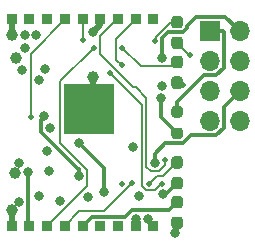
<source format=gbr>
%TF.GenerationSoftware,KiCad,Pcbnew,5.1.9*%
%TF.CreationDate,2021-01-18T13:43:30+01:00*%
%TF.ProjectId,wi-se-rpi,77692d73-652d-4727-9069-2e6b69636164,v0.1*%
%TF.SameCoordinates,Original*%
%TF.FileFunction,Copper,L1,Top*%
%TF.FilePolarity,Positive*%
%FSLAX46Y46*%
G04 Gerber Fmt 4.6, Leading zero omitted, Abs format (unit mm)*
G04 Created by KiCad (PCBNEW 5.1.9) date 2021-01-18 13:43:30*
%MOMM*%
%LPD*%
G01*
G04 APERTURE LIST*
%TA.AperFunction,ComponentPad*%
%ADD10R,1.700000X1.700000*%
%TD*%
%TA.AperFunction,ComponentPad*%
%ADD11O,1.700000X1.700000*%
%TD*%
%TA.AperFunction,SMDPad,CuDef*%
%ADD12R,0.912500X0.850000*%
%TD*%
%TA.AperFunction,SMDPad,CuDef*%
%ADD13R,4.300000X4.300000*%
%TD*%
%TA.AperFunction,ViaPad*%
%ADD14C,0.800000*%
%TD*%
%TA.AperFunction,ViaPad*%
%ADD15C,1.000000*%
%TD*%
%TA.AperFunction,ViaPad*%
%ADD16C,0.500000*%
%TD*%
%TA.AperFunction,Conductor*%
%ADD17C,0.300000*%
%TD*%
%TA.AperFunction,Conductor*%
%ADD18C,0.500000*%
%TD*%
%TA.AperFunction,Conductor*%
%ADD19C,0.200000*%
%TD*%
G04 APERTURE END LIST*
D10*
%TO.P,J1,1*%
%TO.N,Net-(J1-Pad1)*%
X90750000Y1750000D03*
D11*
%TO.P,J1,2*%
%TO.N,VCC*%
X93290000Y1750000D03*
%TO.P,J1,3*%
%TO.N,DTR*%
X90750000Y-790000D03*
%TO.P,J1,4*%
%TO.N,GND*%
X93290000Y-790000D03*
%TO.P,J1,5*%
%TO.N,RTS*%
X90750000Y-3330000D03*
%TO.P,J1,6*%
%TO.N,RXD*%
X93290000Y-3330000D03*
%TO.P,J1,7*%
%TO.N,GND*%
X90750000Y-5870000D03*
%TO.P,J1,8*%
%TO.N,TXD*%
X93290000Y-5870000D03*
%TD*%
%TO.P,D1,2*%
%TO.N,LED_WIFI*%
%TA.AperFunction,SMDPad,CuDef*%
G36*
G01*
X88237500Y1975000D02*
X87762500Y1975000D01*
G75*
G02*
X87525000Y2212500I0J237500D01*
G01*
X87525000Y2787500D01*
G75*
G02*
X87762500Y3025000I237500J0D01*
G01*
X88237500Y3025000D01*
G75*
G02*
X88475000Y2787500I0J-237500D01*
G01*
X88475000Y2212500D01*
G75*
G02*
X88237500Y1975000I-237500J0D01*
G01*
G37*
%TD.AperFunction*%
%TO.P,D1,1*%
%TO.N,Net-(D1-Pad1)*%
%TA.AperFunction,SMDPad,CuDef*%
G36*
G01*
X88237500Y225000D02*
X87762500Y225000D01*
G75*
G02*
X87525000Y462500I0J237500D01*
G01*
X87525000Y1037500D01*
G75*
G02*
X87762500Y1275000I237500J0D01*
G01*
X88237500Y1275000D01*
G75*
G02*
X88475000Y1037500I0J-237500D01*
G01*
X88475000Y462500D01*
G75*
G02*
X88237500Y225000I-237500J0D01*
G01*
G37*
%TD.AperFunction*%
%TD*%
%TO.P,D2,1*%
%TO.N,Net-(D2-Pad1)*%
%TA.AperFunction,SMDPad,CuDef*%
G36*
G01*
X88237500Y-3150000D02*
X87762500Y-3150000D01*
G75*
G02*
X87525000Y-2912500I0J237500D01*
G01*
X87525000Y-2337500D01*
G75*
G02*
X87762500Y-2100000I237500J0D01*
G01*
X88237500Y-2100000D01*
G75*
G02*
X88475000Y-2337500I0J-237500D01*
G01*
X88475000Y-2912500D01*
G75*
G02*
X88237500Y-3150000I-237500J0D01*
G01*
G37*
%TD.AperFunction*%
%TO.P,D2,2*%
%TO.N,LED_STATUS*%
%TA.AperFunction,SMDPad,CuDef*%
G36*
G01*
X88237500Y-1400000D02*
X87762500Y-1400000D01*
G75*
G02*
X87525000Y-1162500I0J237500D01*
G01*
X87525000Y-587500D01*
G75*
G02*
X87762500Y-350000I237500J0D01*
G01*
X88237500Y-350000D01*
G75*
G02*
X88475000Y-587500I0J-237500D01*
G01*
X88475000Y-1162500D01*
G75*
G02*
X88237500Y-1400000I-237500J0D01*
G01*
G37*
%TD.AperFunction*%
%TD*%
%TO.P,D3,2*%
%TO.N,LED_TX*%
%TA.AperFunction,SMDPad,CuDef*%
G36*
G01*
X88237500Y-13275000D02*
X87762500Y-13275000D01*
G75*
G02*
X87525000Y-13037500I0J237500D01*
G01*
X87525000Y-12462500D01*
G75*
G02*
X87762500Y-12225000I237500J0D01*
G01*
X88237500Y-12225000D01*
G75*
G02*
X88475000Y-12462500I0J-237500D01*
G01*
X88475000Y-13037500D01*
G75*
G02*
X88237500Y-13275000I-237500J0D01*
G01*
G37*
%TD.AperFunction*%
%TO.P,D3,1*%
%TO.N,Net-(D3-Pad1)*%
%TA.AperFunction,SMDPad,CuDef*%
G36*
G01*
X88237500Y-15025000D02*
X87762500Y-15025000D01*
G75*
G02*
X87525000Y-14787500I0J237500D01*
G01*
X87525000Y-14212500D01*
G75*
G02*
X87762500Y-13975000I237500J0D01*
G01*
X88237500Y-13975000D01*
G75*
G02*
X88475000Y-14212500I0J-237500D01*
G01*
X88475000Y-14787500D01*
G75*
G02*
X88237500Y-15025000I-237500J0D01*
G01*
G37*
%TD.AperFunction*%
%TD*%
%TO.P,D4,1*%
%TO.N,Net-(D4-Pad1)*%
%TA.AperFunction,SMDPad,CuDef*%
G36*
G01*
X88237500Y-11650000D02*
X87762500Y-11650000D01*
G75*
G02*
X87525000Y-11412500I0J237500D01*
G01*
X87525000Y-10837500D01*
G75*
G02*
X87762500Y-10600000I237500J0D01*
G01*
X88237500Y-10600000D01*
G75*
G02*
X88475000Y-10837500I0J-237500D01*
G01*
X88475000Y-11412500D01*
G75*
G02*
X88237500Y-11650000I-237500J0D01*
G01*
G37*
%TD.AperFunction*%
%TO.P,D4,2*%
%TO.N,LED_RX*%
%TA.AperFunction,SMDPad,CuDef*%
G36*
G01*
X88237500Y-9900000D02*
X87762500Y-9900000D01*
G75*
G02*
X87525000Y-9662500I0J237500D01*
G01*
X87525000Y-9087500D01*
G75*
G02*
X87762500Y-8850000I237500J0D01*
G01*
X88237500Y-8850000D01*
G75*
G02*
X88475000Y-9087500I0J-237500D01*
G01*
X88475000Y-9662500D01*
G75*
G02*
X88237500Y-9900000I-237500J0D01*
G01*
G37*
%TD.AperFunction*%
%TD*%
%TO.P,R19,1*%
%TO.N,Net-(J1-Pad1)*%
%TA.AperFunction,SMDPad,CuDef*%
G36*
G01*
X87762500Y-4600000D02*
X88237500Y-4600000D01*
G75*
G02*
X88475000Y-4837500I0J-237500D01*
G01*
X88475000Y-5337500D01*
G75*
G02*
X88237500Y-5575000I-237500J0D01*
G01*
X87762500Y-5575000D01*
G75*
G02*
X87525000Y-5337500I0J237500D01*
G01*
X87525000Y-4837500D01*
G75*
G02*
X87762500Y-4600000I237500J0D01*
G01*
G37*
%TD.AperFunction*%
%TO.P,R19,2*%
%TO.N,FLASH_EN*%
%TA.AperFunction,SMDPad,CuDef*%
G36*
G01*
X87762500Y-6425000D02*
X88237500Y-6425000D01*
G75*
G02*
X88475000Y-6662500I0J-237500D01*
G01*
X88475000Y-7162500D01*
G75*
G02*
X88237500Y-7400000I-237500J0D01*
G01*
X87762500Y-7400000D01*
G75*
G02*
X87525000Y-7162500I0J237500D01*
G01*
X87525000Y-6662500D01*
G75*
G02*
X87762500Y-6425000I237500J0D01*
G01*
G37*
%TD.AperFunction*%
%TD*%
D12*
%TO.P,U2,18*%
%TO.N,GND*%
X74000000Y2737500D03*
%TO.P,U2,17*%
%TO.N,Net-(U2-Pad17)*%
X75500000Y2737500D03*
%TO.P,U2,16*%
%TO.N,Net-(U2-Pad16)*%
X77000000Y2737500D03*
%TO.P,U2,15*%
%TO.N,RST*%
X78500000Y2737500D03*
%TO.P,U2,14*%
%TO.N,LED_WIFI*%
X80000000Y2737500D03*
%TO.P,U2,13*%
%TO.N,GND*%
X81500000Y2737500D03*
%TO.P,U2,12*%
%TO.N,Net-(R12-Pad1)*%
X83000000Y2737500D03*
%TO.P,U2,11*%
%TO.N,Net-(R11-Pad1)*%
X84500000Y2737500D03*
%TO.P,U2,10*%
%TO.N,Net-(U2-Pad10)*%
X86000000Y2737500D03*
%TO.P,U2,9*%
%TO.N,GND*%
X86000000Y-14737500D03*
%TO.P,U2,8*%
%TO.N,Net-(R13-Pad2)*%
X84500000Y-14737500D03*
%TO.P,U2,7*%
%TO.N,Net-(U2-Pad7)*%
X83000000Y-14737500D03*
%TO.P,U2,6*%
%TO.N,Net-(U2-Pad6)*%
X81500000Y-14737500D03*
%TO.P,U2,5*%
%TO.N,LED_TX*%
X80000000Y-14737500D03*
%TO.P,U2,4*%
%TO.N,LED_RX*%
X78500000Y-14737500D03*
%TO.P,U2,3*%
%TO.N,LED_STATUS*%
X77000000Y-14737500D03*
%TO.P,U2,2*%
%TO.N,Net-(R10-Pad1)*%
X75500000Y-14737500D03*
%TO.P,U2,1*%
%TO.N,+3V3*%
X74000000Y-14737500D03*
D13*
%TO.P,U2,19*%
%TO.N,GND*%
X80580000Y-4880000D03*
%TD*%
D14*
%TO.N,VCC*%
X86750002Y-550000D03*
D15*
%TO.N,GND*%
X80900000Y-2150000D03*
D14*
X79750000Y-4400000D03*
X76964668Y-8385332D03*
D15*
X74250000Y-10300000D03*
X74050000Y1450000D03*
D14*
X75150000Y1450000D03*
X76050000Y1400000D03*
X80856598Y1625742D03*
X86714711Y-2922596D03*
X85550000Y-14149999D03*
X74600000Y-9450000D03*
X76350000Y-12200000D03*
X78073775Y-12673775D03*
X80470000Y-12320000D03*
X84790000Y-12210000D03*
D15*
%TO.N,+3V3*%
X74025000Y-13400000D03*
D14*
X77200000Y-6450000D03*
X77150000Y-10100000D03*
D15*
X74400000Y-500000D03*
D14*
X76800000Y-1500000D03*
X74900000Y-1550000D03*
X75100000Y350000D03*
D16*
X83339712Y-11239712D03*
D14*
X84299989Y-8100000D03*
X74650000Y-12750000D03*
%TO.N,GND*%
X76340000Y-2440000D03*
%TO.N,BOOT0*%
X79700000Y-7750000D03*
X81833867Y-11922064D03*
D16*
%TO.N,RST*%
X75600000Y-5550000D03*
%TO.N,LED_WIFI*%
X86150002Y906318D03*
X80050002Y951787D03*
%TO.N,Net-(D1-Pad1)*%
X89105407Y-322189D03*
%TO.N,Net-(D2-Pad1)*%
X88500000Y-2850000D03*
%TO.N,LED_STATUS*%
X83374265Y343749D03*
X80950000Y350000D03*
D14*
%TO.N,Net-(D3-Pad1)*%
X87800000Y-15375000D03*
%TO.N,Net-(D4-Pad1)*%
X86800000Y-12084001D03*
D16*
%TO.N,LED_RX*%
X84224655Y-11132588D03*
X85650000Y-11184003D03*
D14*
%TO.N,RXD*%
X86100000Y-9434001D03*
%TO.N,Net-(R10-Pad1)*%
X75400000Y-10150000D03*
D16*
%TO.N,Net-(R11-Pad1)*%
X83300000Y-1150000D03*
X82311091Y-1788909D03*
X86742232Y-11235965D03*
%TO.N,Net-(R12-Pad1)*%
X86948447Y-9146861D03*
D14*
%TO.N,Net-(R13-Pad2)*%
X76750000Y-5450000D03*
X84550000Y-14150000D03*
X79700000Y-10500000D03*
%TO.N,FLASH_EN*%
X86600000Y-3915997D03*
%TD*%
D17*
%TO.N,VCC*%
X88825010Y1969144D02*
X88480866Y1625000D01*
X92089999Y2950001D02*
X89619999Y2950001D01*
X88480866Y1625000D02*
X87225000Y1625000D01*
X88825010Y2155012D02*
X88825010Y1969144D01*
X89619999Y2950001D02*
X88825010Y2155012D01*
X93290000Y1750000D02*
X92089999Y2950001D01*
X86750002Y1150002D02*
X86750002Y-550000D01*
X87225000Y1625000D02*
X86750002Y1150002D01*
%TO.N,GND*%
X80230000Y-4880000D02*
X79750000Y-4400000D01*
X80580000Y-4880000D02*
X80230000Y-4880000D01*
D18*
X80580000Y-4880000D02*
X80580000Y-4020000D01*
X80900000Y-4560000D02*
X80580000Y-4880000D01*
X80900000Y-2150000D02*
X80900000Y-4560000D01*
X74050000Y2687500D02*
X74000000Y2737500D01*
X74050000Y1450000D02*
X74050000Y2687500D01*
X81500000Y2269144D02*
X80856598Y1625742D01*
X81500000Y2737500D02*
X81500000Y2269144D01*
X85550000Y-14287500D02*
X86000000Y-14737500D01*
X85550000Y-14149999D02*
X85550000Y-14287500D01*
%TO.N,+3V3*%
X74025000Y-14712500D02*
X74000000Y-14737500D01*
X74025000Y-13400000D02*
X74025000Y-14712500D01*
D17*
%TO.N,BOOT0*%
X81833867Y-9883867D02*
X79700000Y-7750000D01*
X81833867Y-11922064D02*
X81833867Y-9883867D01*
D19*
%TO.N,RST*%
X75600000Y-162500D02*
X75600000Y-5550000D01*
X78500000Y2737500D02*
X75600000Y-162500D01*
%TO.N,LED_WIFI*%
X86200000Y1236410D02*
X86200000Y1000000D01*
X87463590Y2500000D02*
X86200000Y1236410D01*
X88000000Y2500000D02*
X87463590Y2500000D01*
X80050002Y2687498D02*
X80000000Y2737500D01*
X80050002Y951787D02*
X80050002Y2687498D01*
%TO.N,Net-(D1-Pad1)*%
X88950010Y-200010D02*
X88000000Y750000D01*
X88950010Y-300000D02*
X88950010Y-200010D01*
%TO.N,Net-(D2-Pad1)*%
X88225000Y-2850000D02*
X88000000Y-2625000D01*
X88500000Y-2850000D02*
X88225000Y-2850000D01*
%TO.N,LED_STATUS*%
X84968015Y-1250001D02*
X83374265Y343749D01*
X87624999Y-1250001D02*
X84968015Y-1250001D01*
X88000000Y-875000D02*
X87624999Y-1250001D01*
X80400001Y-11337499D02*
X77000000Y-14737500D01*
X78129999Y-7731089D02*
X80400001Y-10001091D01*
X78129999Y-2489999D02*
X78129999Y-7731089D01*
X80963747Y343749D02*
X78129999Y-2489999D01*
X80400001Y-10001091D02*
X80400001Y-11337499D01*
X80956251Y343749D02*
X80950000Y350000D01*
X80963747Y343749D02*
X80956251Y343749D01*
D17*
%TO.N,LED_TX*%
X84189999Y-13399999D02*
X83627499Y-13962499D01*
X87350001Y-13399999D02*
X84189999Y-13399999D01*
X88000000Y-12750000D02*
X87350001Y-13399999D01*
X80000000Y-14726248D02*
X80000000Y-14737500D01*
X80763749Y-13962499D02*
X80000000Y-14726248D01*
X83627499Y-13962499D02*
X80763749Y-13962499D01*
%TO.N,Net-(D3-Pad1)*%
X88000000Y-15175000D02*
X87800000Y-15375000D01*
X88000000Y-14500000D02*
X88000000Y-15175000D01*
%TO.N,Net-(D4-Pad1)*%
X87040999Y-12084001D02*
X88000000Y-11125000D01*
X86800000Y-12084001D02*
X87040999Y-12084001D01*
D19*
%TO.N,LED_RX*%
X78500000Y-14737500D02*
X79725011Y-13512489D01*
X81844754Y-13512489D02*
X84224655Y-11132588D01*
X79725011Y-13512489D02*
X81844754Y-13512489D01*
X86840988Y-10534012D02*
X88000000Y-9375000D01*
X86299991Y-10534012D02*
X86840988Y-10534012D01*
X85650000Y-11184003D02*
X86299991Y-10534012D01*
D17*
%TO.N,RXD*%
X86100000Y-8650000D02*
X86100000Y-9434001D01*
X86999990Y-7750010D02*
X86100000Y-8650000D01*
X91326001Y-7070001D02*
X89160865Y-7070001D01*
X88480856Y-7750010D02*
X86999990Y-7750010D01*
X91950001Y-6446001D02*
X91326001Y-7070001D01*
X89160865Y-7070001D02*
X88480856Y-7750010D01*
X91950001Y-4669999D02*
X91950001Y-6446001D01*
X93290000Y-3330000D02*
X91950001Y-4669999D01*
%TO.N,Net-(R10-Pad1)*%
X75400000Y-14637500D02*
X75500000Y-14737500D01*
X75400000Y-10150000D02*
X75400000Y-14637500D01*
D19*
%TO.N,Net-(R11-Pad1)*%
X82824264Y-674264D02*
X83300000Y-1150000D01*
X82824264Y1061764D02*
X82824264Y-674264D01*
X84500000Y2737500D02*
X82824264Y1061764D01*
X86612034Y-11235965D02*
X86742232Y-11235965D01*
X86113995Y-11734004D02*
X86612034Y-11235965D01*
X85385999Y-11734004D02*
X86113995Y-11734004D01*
X84999989Y-11347994D02*
X85385999Y-11734004D01*
X84999989Y-4477807D02*
X84999989Y-11347994D01*
X82311091Y-1788909D02*
X84999989Y-4477807D01*
%TO.N,Net-(R12-Pad1)*%
X85763999Y-10134002D02*
X85399999Y-9770002D01*
X86436001Y-10134002D02*
X85763999Y-10134002D01*
X85399999Y-9770002D02*
X85399999Y-3900001D01*
X86948447Y-9621556D02*
X86436001Y-10134002D01*
X86948447Y-9146861D02*
X86948447Y-9621556D01*
X85399999Y-3900001D02*
X84500000Y-3000002D01*
X84500000Y-3000002D02*
X84300002Y-3000002D01*
X81500001Y-200001D02*
X81500001Y1350001D01*
X84300002Y-3000002D02*
X81500001Y-200001D01*
X82887500Y2737500D02*
X83000000Y2737500D01*
X81500001Y1350001D02*
X82887500Y2737500D01*
D17*
%TO.N,Net-(R13-Pad2)*%
X84500000Y-14200000D02*
X84550000Y-14150000D01*
X84500000Y-14737500D02*
X84500000Y-14200000D01*
X79700000Y-10500000D02*
X79700000Y-9937500D01*
X76449999Y-5750001D02*
X76750000Y-5450000D01*
X76449999Y-6810001D02*
X76449999Y-5750001D01*
X79577498Y-9937500D02*
X76449999Y-6810001D01*
X79700000Y-9937500D02*
X79577498Y-9937500D01*
%TO.N,FLASH_EN*%
X86600000Y-5512500D02*
X86600000Y-3915997D01*
X88000000Y-6912500D02*
X86600000Y-5512500D01*
%TO.N,Net-(J1-Pad1)*%
X88000000Y-5087500D02*
X88037500Y-5087500D01*
X90313997Y-1990001D02*
X88000000Y-4303998D01*
X91326001Y-1990001D02*
X90313997Y-1990001D01*
X91950001Y-1366001D02*
X91326001Y-1990001D01*
X88000000Y-4303998D02*
X88000000Y-5087500D01*
X91950001Y1699999D02*
X91950001Y-1366001D01*
X91900000Y1750000D02*
X91950001Y1699999D01*
X90750000Y1750000D02*
X91900000Y1750000D01*
%TD*%
M02*

</source>
